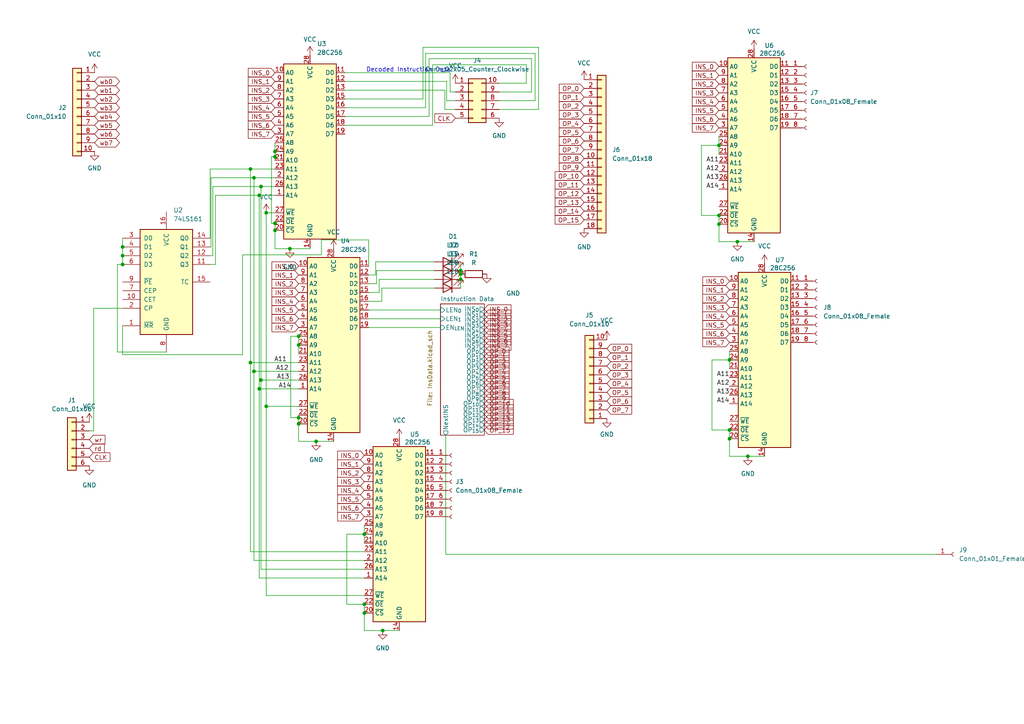
<source format=kicad_sch>
(kicad_sch (version 20211123) (generator eeschema)
  (paper "A4")
  (lib_symbols
    (symbol "74xx:74LS161" (pin_names (offset 1.016))
      (property "Reference" "U" (at -7.62 16.51 0))
      (property "Value" "74LS161" (at -7.62 -16.51 0))
      (symbol "74LS161_1_0"
        (pin input line (at -12.7 -12.7 0) (length 5.08) (name "~{MR}") (number "1"))
        (pin input line (at -12.7 -5.08 0) (length 5.08) (name "CET") (number "10"))
        (pin output line (at 12.7 5.08 180) (length 5.08) (name "Q3") (number "11"))
        (pin output line (at 12.7 7.62 180) (length 5.08) (name "Q2") (number "12"))
        (pin output line (at 12.7 10.16 180) (length 5.08) (name "Q1") (number "13"))
        (pin output line (at 12.7 12.7 180) (length 5.08) (name "Q0") (number "14"))
        (pin output line (at 12.7 0 180) (length 5.08) (name "TC") (number "15"))
        (pin power_in line (at 0 20.32 270) (length 5.08) (name "VCC") (number "16"))
        (pin input line (at -12.7 -7.62 0) (length 5.08) (name "CP") (number "2"))
        (pin input line (at -12.7 12.7 0) (length 5.08) (name "D0") (number "3"))
        (pin input line (at -12.7 10.16 0) (length 5.08) (name "D1") (number "4"))
        (pin input line (at -12.7 7.62 0) (length 5.08) (name "D2") (number "5"))
        (pin input line (at -12.7 5.08 0) (length 5.08) (name "D3") (number "6"))
        (pin input line (at -12.7 -2.54 0) (length 5.08) (name "CEP") (number "7"))
        (pin power_in line (at 0 -20.32 90) (length 5.08) (name "GND") (number "8"))
        (pin input line (at -12.7 0 0) (length 5.08) (name "~{PE}") (number "9"))
      )
      (symbol "74LS161_1_1"
        (rectangle (start -7.62 15.24) (end 7.62 -15.24) (stroke (width 0.254)) (fill (type background)))
      )
    )
    (symbol "Connector:Conn_01x01_Female" (pin_names (offset 1.016) hide)
      (property "Reference" "J" (at 0 2.54 0))
      (property "Value" "Conn_01x01_Female" (at 0 -2.54 0))
      (symbol "Conn_01x01_Female_1_1"
        (polyline (pts (xy -1.27 0) (xy -0.508 0)) (stroke (width 0.1524)))
        (arc (start 0 0.508) (mid -0.508 0) (end 0 -0.508) (stroke (width 0.1524)))
        (pin passive line (at -5.08 0 0) (length 3.81) (name "Pin_1") (number "1"))
      )
    )
    (symbol "Connector:Conn_01x08_Female" (pin_names (offset 1.016) hide)
      (property "Reference" "J" (at 0 10.16 0))
      (property "Value" "Conn_01x08_Female" (at 0 -12.7 0))
      (symbol "Conn_01x08_Female_1_1"
        (arc (start 0 -9.652) (mid -0.508 -10.16) (end 0 -10.668) (stroke (width 0.1524)))
        (arc (start 0 -7.112) (mid -0.508 -7.62) (end 0 -8.128) (stroke (width 0.1524)))
        (arc (start 0 -4.572) (mid -0.508 -5.08) (end 0 -5.588) (stroke (width 0.1524)))
        (arc (start 0 -2.032) (mid -0.508 -2.54) (end 0 -3.048) (stroke (width 0.1524)))
        (polyline (pts (xy -1.27 -10.16) (xy -0.508 -10.16)) (stroke (width 0.1524)))
        (polyline (pts (xy -1.27 -7.62) (xy -0.508 -7.62)) (stroke (width 0.1524)))
        (polyline (pts (xy -1.27 -5.08) (xy -0.508 -5.08)) (stroke (width 0.1524)))
        (polyline (pts (xy -1.27 -2.54) (xy -0.508 -2.54)) (stroke (width 0.1524)))
        (polyline (pts (xy -1.27 0) (xy -0.508 0)) (stroke (width 0.1524)))
        (polyline (pts (xy -1.27 2.54) (xy -0.508 2.54)) (stroke (width 0.1524)))
        (polyline (pts (xy -1.27 5.08) (xy -0.508 5.08)) (stroke (width 0.1524)))
        (polyline (pts (xy -1.27 7.62) (xy -0.508 7.62)) (stroke (width 0.1524)))
        (arc (start 0 0.508) (mid -0.508 0) (end 0 -0.508) (stroke (width 0.1524)))
        (arc (start 0 3.048) (mid -0.508 2.54) (end 0 2.032) (stroke (width 0.1524)))
        (arc (start 0 5.588) (mid -0.508 5.08) (end 0 4.572) (stroke (width 0.1524)))
        (arc (start 0 8.128) (mid -0.508 7.62) (end 0 7.112) (stroke (width 0.1524)))
        (pin passive line (at -5.08 7.62 0) (length 3.81) (name "Pin_1") (number "1"))
        (pin passive line (at -5.08 5.08 0) (length 3.81) (name "Pin_2") (number "2"))
        (pin passive line (at -5.08 2.54 0) (length 3.81) (name "Pin_3") (number "3"))
        (pin passive line (at -5.08 0 0) (length 3.81) (name "Pin_4") (number "4"))
        (pin passive line (at -5.08 -2.54 0) (length 3.81) (name "Pin_5") (number "5"))
        (pin passive line (at -5.08 -5.08 0) (length 3.81) (name "Pin_6") (number "6"))
        (pin passive line (at -5.08 -7.62 0) (length 3.81) (name "Pin_7") (number "7"))
        (pin passive line (at -5.08 -10.16 0) (length 3.81) (name "Pin_8") (number "8"))
      )
    )
    (symbol "Connector_Generic:Conn_01x06" (pin_names (offset 1.016) hide)
      (property "Reference" "J" (at 0 7.62 0))
      (property "Value" "Conn_01x06" (at 0 -10.16 0))
      (symbol "Conn_01x06_1_1"
        (rectangle (start -1.27 -7.493) (end 0 -7.747) (stroke (width 0.1524)))
        (rectangle (start -1.27 -4.953) (end 0 -5.207) (stroke (width 0.1524)))
        (rectangle (start -1.27 -2.413) (end 0 -2.667) (stroke (width 0.1524)))
        (rectangle (start -1.27 0.127) (end 0 -0.127) (stroke (width 0.1524)))
        (rectangle (start -1.27 2.667) (end 0 2.413) (stroke (width 0.1524)))
        (rectangle (start -1.27 5.207) (end 0 4.953) (stroke (width 0.1524)))
        (rectangle (start -1.27 6.35) (end 1.27 -8.89) (stroke (width 0.254)) (fill (type background)))
        (pin passive line (at -5.08 5.08 0) (length 3.81) (name "Pin_1") (number "1"))
        (pin passive line (at -5.08 2.54 0) (length 3.81) (name "Pin_2") (number "2"))
        (pin passive line (at -5.08 0 0) (length 3.81) (name "Pin_3") (number "3"))
        (pin passive line (at -5.08 -2.54 0) (length 3.81) (name "Pin_4") (number "4"))
        (pin passive line (at -5.08 -5.08 0) (length 3.81) (name "Pin_5") (number "5"))
        (pin passive line (at -5.08 -7.62 0) (length 3.81) (name "Pin_6") (number "6"))
      )
    )
    (symbol "Connector_Generic:Conn_01x10" (pin_names (offset 1.016) hide)
      (property "Reference" "J" (at 0 12.7 0))
      (property "Value" "Conn_01x10" (at 0 -15.24 0))
      (symbol "Conn_01x10_1_1"
        (rectangle (start -1.27 -12.573) (end 0 -12.827) (stroke (width 0.1524)))
        (rectangle (start -1.27 -10.033) (end 0 -10.287) (stroke (width 0.1524)))
        (rectangle (start -1.27 -7.493) (end 0 -7.747) (stroke (width 0.1524)))
        (rectangle (start -1.27 -4.953) (end 0 -5.207) (stroke (width 0.1524)))
        (rectangle (start -1.27 -2.413) (end 0 -2.667) (stroke (width 0.1524)))
        (rectangle (start -1.27 0.127) (end 0 -0.127) (stroke (width 0.1524)))
        (rectangle (start -1.27 2.667) (end 0 2.413) (stroke (width 0.1524)))
        (rectangle (start -1.27 5.207) (end 0 4.953) (stroke (width 0.1524)))
        (rectangle (start -1.27 7.747) (end 0 7.493) (stroke (width 0.1524)))
        (rectangle (start -1.27 10.287) (end 0 10.033) (stroke (width 0.1524)))
        (rectangle (start -1.27 11.43) (end 1.27 -13.97) (stroke (width 0.254)) (fill (type background)))
        (pin passive line (at -5.08 10.16 0) (length 3.81) (name "Pin_1") (number "1"))
        (pin passive line (at -5.08 -12.7 0) (length 3.81) (name "Pin_10") (number "10"))
        (pin passive line (at -5.08 7.62 0) (length 3.81) (name "Pin_2") (number "2"))
        (pin passive line (at -5.08 5.08 0) (length 3.81) (name "Pin_3") (number "3"))
        (pin passive line (at -5.08 2.54 0) (length 3.81) (name "Pin_4") (number "4"))
        (pin passive line (at -5.08 0 0) (length 3.81) (name "Pin_5") (number "5"))
        (pin passive line (at -5.08 -2.54 0) (length 3.81) (name "Pin_6") (number "6"))
        (pin passive line (at -5.08 -5.08 0) (length 3.81) (name "Pin_7") (number "7"))
        (pin passive line (at -5.08 -7.62 0) (length 3.81) (name "Pin_8") (number "8"))
        (pin passive line (at -5.08 -10.16 0) (length 3.81) (name "Pin_9") (number "9"))
      )
    )
    (symbol "Connector_Generic:Conn_01x18" (pin_names (offset 1.016) hide)
      (property "Reference" "J" (at 0 22.86 0))
      (property "Value" "Conn_01x18" (at 0 -25.4 0))
      (symbol "Conn_01x18_1_1"
        (rectangle (start -1.27 -22.733) (end 0 -22.987) (stroke (width 0.1524)))
        (rectangle (start -1.27 -20.193) (end 0 -20.447) (stroke (width 0.1524)))
        (rectangle (start -1.27 -17.653) (end 0 -17.907) (stroke (width 0.1524)))
        (rectangle (start -1.27 -15.113) (end 0 -15.367) (stroke (width 0.1524)))
        (rectangle (start -1.27 -12.573) (end 0 -12.827) (stroke (width 0.1524)))
        (rectangle (start -1.27 -10.033) (end 0 -10.287) (stroke (width 0.1524)))
        (rectangle (start -1.27 -7.493) (end 0 -7.747) (stroke (width 0.1524)))
        (rectangle (start -1.27 -4.953) (end 0 -5.207) (stroke (width 0.1524)))
        (rectangle (start -1.27 -2.413) (end 0 -2.667) (stroke (width 0.1524)))
        (rectangle (start -1.27 0.127) (end 0 -0.127) (stroke (width 0.1524)))
        (rectangle (start -1.27 2.667) (end 0 2.413) (stroke (width 0.1524)))
        (rectangle (start -1.27 5.207) (end 0 4.953) (stroke (width 0.1524)))
        (rectangle (start -1.27 7.747) (end 0 7.493) (stroke (width 0.1524)))
        (rectangle (start -1.27 10.287) (end 0 10.033) (stroke (width 0.1524)))
        (rectangle (start -1.27 12.827) (end 0 12.573) (stroke (width 0.1524)))
        (rectangle (start -1.27 15.367) (end 0 15.113) (stroke (width 0.1524)))
        (rectangle (start -1.27 17.907) (end 0 17.653) (stroke (width 0.1524)))
        (rectangle (start -1.27 20.447) (end 0 20.193) (stroke (width 0.1524)))
        (rectangle (start -1.27 21.59) (end 1.27 -24.13) (stroke (width 0.254)) (fill (type background)))
        (pin passive line (at -5.08 20.32 0) (length 3.81) (name "Pin_1") (number "1"))
        (pin passive line (at -5.08 -2.54 0) (length 3.81) (name "Pin_10") (number "10"))
        (pin passive line (at -5.08 -5.08 0) (length 3.81) (name "Pin_11") (number "11"))
        (pin passive line (at -5.08 -7.62 0) (length 3.81) (name "Pin_12") (number "12"))
        (pin passive line (at -5.08 -10.16 0) (length 3.81) (name "Pin_13") (number "13"))
        (pin passive line (at -5.08 -12.7 0) (length 3.81) (name "Pin_14") (number "14"))
        (pin passive line (at -5.08 -15.24 0) (length 3.81) (name "Pin_15") (number "15"))
        (pin passive line (at -5.08 -17.78 0) (length 3.81) (name "Pin_16") (number "16"))
        (pin passive line (at -5.08 -20.32 0) (length 3.81) (name "Pin_17") (number "17"))
        (pin passive line (at -5.08 -22.86 0) (length 3.81) (name "Pin_18") (number "18"))
        (pin passive line (at -5.08 17.78 0) (length 3.81) (name "Pin_2") (number "2"))
        (pin passive line (at -5.08 15.24 0) (length 3.81) (name "Pin_3") (number "3"))
        (pin passive line (at -5.08 12.7 0) (length 3.81) (name "Pin_4") (number "4"))
        (pin passive line (at -5.08 10.16 0) (length 3.81) (name "Pin_5") (number "5"))
        (pin passive line (at -5.08 7.62 0) (length 3.81) (name "Pin_6") (number "6"))
        (pin passive line (at -5.08 5.08 0) (length 3.81) (name "Pin_7") (number "7"))
        (pin passive line (at -5.08 2.54 0) (length 3.81) (name "Pin_8") (number "8"))
        (pin passive line (at -5.08 0 0) (length 3.81) (name "Pin_9") (number "9"))
      )
    )
    (symbol "Connector_Generic:Conn_02x05_Counter_Clockwise" (pin_names (offset 1.016) hide)
      (property "Reference" "J" (at 1.27 7.62 0))
      (property "Value" "Conn_02x05_Counter_Clockwise" (at 1.27 -7.62 0))
      (symbol "Conn_02x05_Counter_Clockwise_1_1"
        (rectangle (start -1.27 -4.953) (end 0 -5.207) (stroke (width 0.1524)))
        (rectangle (start -1.27 -2.413) (end 0 -2.667) (stroke (width 0.1524)))
        (rectangle (start -1.27 0.127) (end 0 -0.127) (stroke (width 0.1524)))
        (rectangle (start -1.27 2.667) (end 0 2.413) (stroke (width 0.1524)))
        (rectangle (start -1.27 5.207) (end 0 4.953) (stroke (width 0.1524)))
        (rectangle (start -1.27 6.35) (end 3.81 -6.35) (stroke (width 0.254)) (fill (type background)))
        (rectangle (start 3.81 -4.953) (end 2.54 -5.207) (stroke (width 0.1524)))
        (rectangle (start 3.81 -2.413) (end 2.54 -2.667) (stroke (width 0.1524)))
        (rectangle (start 3.81 0.127) (end 2.54 -0.127) (stroke (width 0.1524)))
        (rectangle (start 3.81 2.667) (end 2.54 2.413) (stroke (width 0.1524)))
        (rectangle (start 3.81 5.207) (end 2.54 4.953) (stroke (width 0.1524)))
        (pin passive line (at -5.08 5.08 0) (length 3.81) (name "Pin_1") (number "1"))
        (pin passive line (at 7.62 5.08 180) (length 3.81) (name "Pin_10") (number "10"))
        (pin passive line (at -5.08 2.54 0) (length 3.81) (name "Pin_2") (number "2"))
        (pin passive line (at -5.08 0 0) (length 3.81) (name "Pin_3") (number "3"))
        (pin passive line (at -5.08 -2.54 0) (length 3.81) (name "Pin_4") (number "4"))
        (pin passive line (at -5.08 -5.08 0) (length 3.81) (name "Pin_5") (number "5"))
        (pin passive line (at 7.62 -5.08 180) (length 3.81) (name "Pin_6") (number "6"))
        (pin passive line (at 7.62 -2.54 180) (length 3.81) (name "Pin_7") (number "7"))
        (pin passive line (at 7.62 0 180) (length 3.81) (name "Pin_8") (number "8"))
        (pin passive line (at 7.62 2.54 180) (length 3.81) (name "Pin_9") (number "9"))
      )
    )
    (symbol "Device:LED" (pin_numbers hide) (pin_names (offset 1.016) hide)
      (property "Reference" "D" (at 0 2.54 0))
      (property "Value" "LED" (at 0 -2.54 0))
      (symbol "LED_0_1"
        (polyline (pts (xy -1.27 -1.27) (xy -1.27 1.27)) (stroke (width 0.254)))
        (polyline (pts (xy -1.27 0) (xy 1.27 0)))
        (polyline (pts (xy 1.27 -1.27) (xy 1.27 1.27) (xy -1.27 0) (xy 1.27 -1.27)) (stroke (width 0.254)))
        (polyline (pts (xy -3.048 -0.762) (xy -4.572 -2.286) (xy -3.81 -2.286) (xy -4.572 -2.286) (xy -4.572 -1.524)))
        (polyline (pts (xy -1.778 -0.762) (xy -3.302 -2.286) (xy -2.54 -2.286) (xy -3.302 -2.286) (xy -3.302 -1.524)))
      )
      (symbol "LED_1_1"
        (pin passive line (at -3.81 0 0) (length 2.54) (name "K") (number "1"))
        (pin passive line (at 3.81 0 180) (length 2.54) (name "A") (number "2"))
      )
    )
    (symbol "Device:R" (pin_numbers hide) (pin_names (offset 0))
      (property "Reference" "R" (at 2.032 0 90))
      (property "Value" "R" (at 0 0 90))
      (symbol "R_0_1"
        (rectangle (start -1.016 -2.54) (end 1.016 2.54) (stroke (width 0.254)))
      )
      (symbol "R_1_1"
        (pin passive line (at 0 3.81 270) (length 1.27) (name "~") (number "1"))
        (pin passive line (at 0 -3.81 90) (length 1.27) (name "~") (number "2"))
      )
    )
    (symbol "Memory_EEPROM:28C256"
      (property "Reference" "U" (at -7.62 26.67 0))
      (property "Value" "28C256" (at 2.54 -26.67 0))
      (symbol "28C256_1_1"
        (rectangle (start -7.62 25.4) (end 7.62 -25.4) (stroke (width 0.254)) (fill (type background)))
        (pin input line (at -10.16 -12.7 0) (length 2.54) (name "A14") (number "1"))
        (pin input line (at -10.16 22.86 0) (length 2.54) (name "A0") (number "10"))
        (pin tri_state line (at 10.16 22.86 180) (length 2.54) (name "D0") (number "11"))
        (pin tri_state line (at 10.16 20.32 180) (length 2.54) (name "D1") (number "12"))
        (pin tri_state line (at 10.16 17.78 180) (length 2.54) (name "D2") (number "13"))
        (pin power_in line (at 0 -27.94 90) (length 2.54) (name "GND") (number "14"))
        (pin tri_state line (at 10.16 15.24 180) (length 2.54) (name "D3") (number "15"))
        (pin tri_state line (at 10.16 12.7 180) (length 2.54) (name "D4") (number "16"))
        (pin tri_state line (at 10.16 10.16 180) (length 2.54) (name "D5") (number "17"))
        (pin tri_state line (at 10.16 7.62 180) (length 2.54) (name "D6") (number "18"))
        (pin tri_state line (at 10.16 5.08 180) (length 2.54) (name "D7") (number "19"))
        (pin input line (at -10.16 -7.62 0) (length 2.54) (name "A12") (number "2"))
        (pin input line (at -10.16 -22.86 0) (length 2.54) (name "~{CS}") (number "20"))
        (pin input line (at -10.16 -2.54 0) (length 2.54) (name "A10") (number "21"))
        (pin input line (at -10.16 -20.32 0) (length 2.54) (name "~{OE}") (number "22"))
        (pin input line (at -10.16 -5.08 0) (length 2.54) (name "A11") (number "23"))
        (pin input line (at -10.16 0 0) (length 2.54) (name "A9") (number "24"))
        (pin input line (at -10.16 2.54 0) (length 2.54) (name "A8") (number "25"))
        (pin input line (at -10.16 -10.16 0) (length 2.54) (name "A13") (number "26"))
        (pin input line (at -10.16 -17.78 0) (length 2.54) (name "~{WE}") (number "27"))
        (pin power_in line (at 0 27.94 270) (length 2.54) (name "VCC") (number "28"))
        (pin input line (at -10.16 5.08 0) (length 2.54) (name "A7") (number "3"))
        (pin input line (at -10.16 7.62 0) (length 2.54) (name "A6") (number "4"))
        (pin input line (at -10.16 10.16 0) (length 2.54) (name "A5") (number "5"))
        (pin input line (at -10.16 12.7 0) (length 2.54) (name "A4") (number "6"))
        (pin input line (at -10.16 15.24 0) (length 2.54) (name "A3") (number "7"))
        (pin input line (at -10.16 17.78 0) (length 2.54) (name "A2") (number "8"))
        (pin input line (at -10.16 20.32 0) (length 2.54) (name "A1") (number "9"))
      )
    )
    (symbol "power:GND" (power) (pin_names (offset 0))
      (property "Value" "GND" (at 0 -3.81 0))
      (symbol "GND_0_1"
        (polyline (pts (xy 0 0) (xy 0 -1.27) (xy 1.27 -1.27) (xy 0 -2.54) (xy -1.27 -1.27) (xy 0 -1.27)))
      )
      (symbol "GND_1_1"
        (pin power_in line (at 0 0 270) (length 0) hide (name "GND") (number "1"))
      )
    )
    (symbol "power:VCC" (power) (pin_names (offset 0))
      (property "Value" "VCC" (at 0 3.81 0))
      (symbol "VCC_0_1"
        (polyline (pts (xy -0.762 1.27) (xy 0 2.54)))
        (polyline (pts (xy 0 0) (xy 0 2.54)))
        (polyline (pts (xy 0 2.54) (xy 0.762 1.27)))
      )
      (symbol "VCC_1_1"
        (pin power_in line (at 0 0 90) (length 0) hide (name "VCC") (number "1"))
      )
    )
  )
  (junction (at 213.868 70.104))
  (junction (at 79.756 43.942))
  (junction (at 73.66 51.562))
  (junction (at 75.692 110.236))
  (junction (at 77.216 117.856))
  (junction (at 86.614 122.936))
  (junction (at 110.998 182.88))
  (junction (at 86.614 100.076))
  (junction (at 105.664 177.8))
  (junction (at 86.614 97.536))
  (junction (at 35.56 76.708))
  (junction (at 133.604 78.486))
  (junction (at 133.604 81.026))
  (junction (at 77.216 61.722))
  (junction (at 73.66 107.696))
  (junction (at 79.756 64.77))
  (junction (at 84.074 72.136))
  (junction (at 208.534 42.164))
  (junction (at 105.664 175.26))
  (junction (at 216.916 132.334))
  (junction (at 105.664 154.94))
  (junction (at 79.756 66.802))
  (junction (at 79.756 45.466))
  (junction (at 35.56 71.628))
  (junction (at 211.582 104.394))
  (junction (at 208.534 65.024))
  (junction (at 75.184 112.776))
  (junction (at 72.644 105.156))
  (junction (at 72.644 49.022))
  (junction (at 211.582 127.254))
  (junction (at 211.582 124.714))
  (junction (at 208.534 62.484))
  (junction (at 86.614 121.158))
  (junction (at 133.604 79.502))
  (junction (at 75.692 54.102))
  (junction (at 35.56 74.168))
  (junction (at 91.694 128.016))
  (junction (at 75.184 56.642))
  (wire (pts (xy 75.184 112.776) (xy 75.184 167.64)))
  (wire (pts (xy 154.178 17.018) (xy 154.178 26.67)))
  (wire (pts (xy 86.614 121.158) (xy 84.328 121.158)))
  (wire (pts (xy 206.502 124.714) (xy 211.582 124.714)))
  (wire (pts (xy 72.644 49.022) (xy 72.644 105.156)))
  (wire (pts (xy 35.56 71.628) (xy 35.56 74.168)))
  (wire (pts (xy 156.21 13.716) (xy 156.21 31.75)))
  (wire (pts (xy 79.756 66.802) (xy 79.756 72.136)))
  (wire (pts (xy 77.216 172.72) (xy 105.664 172.72)))
  (wire (pts (xy 79.756 64.77) (xy 79.756 66.802)))
  (wire (pts (xy 105.664 154.94) (xy 105.664 157.48)))
  (wire (pts (xy 73.66 162.56) (xy 105.664 162.56)))
  (wire (pts (xy 61.214 51.562) (xy 73.66 51.562)))
  (wire (pts (xy 84.328 121.158) (xy 84.328 97.536)))
  (wire (pts (xy 108.966 75.946) (xy 125.984 75.946)))
  (wire (pts (xy 61.214 71.628) (xy 61.214 51.562)))
  (wire (pts (xy 72.644 49.022) (xy 79.756 49.022)))
  (wire (pts (xy 75.692 110.236) (xy 86.614 110.236)))
  (wire (pts (xy 35.56 94.488) (xy 35.56 102.87)))
  (wire (pts (xy 77.216 117.856) (xy 77.216 172.72)))
  (wire (pts (xy 109.22 82.296) (xy 109.22 78.486)))
  (wire (pts (xy 105.664 182.88) (xy 110.998 182.88)))
  (wire (pts (xy 129.032 31.75) (xy 132.08 31.75)))
  (wire (pts (xy 89.916 72.136) (xy 89.916 71.882)))
  (wire (pts (xy 72.644 160.02) (xy 105.664 160.02)))
  (wire (pts (xy 79.756 64.262) (xy 79.756 64.77)))
  (wire (pts (xy 152.654 18.796) (xy 152.654 24.13)))
  (wire (pts (xy 100.076 36.322) (xy 125.476 36.322)))
  (wire (pts (xy 105.664 175.26) (xy 105.664 177.8)))
  (wire (pts (xy 155.194 29.21) (xy 144.78 29.21)))
  (wire (pts (xy 75.692 110.236) (xy 75.692 165.1)))
  (wire (pts (xy 125.476 36.322) (xy 125.476 18.796)))
  (wire (pts (xy 86.614 120.396) (xy 86.614 121.158)))
  (wire (pts (xy 75.184 56.642) (xy 75.184 112.776)))
  (wire (pts (xy 61.722 54.102) (xy 75.692 54.102)))
  (wire (pts (xy 62.484 56.642) (xy 75.184 56.642)))
  (wire (pts (xy 133.604 78.486) (xy 133.604 79.502)))
  (wire (pts (xy 75.692 54.102) (xy 79.756 54.102)))
  (wire (pts (xy 75.692 54.102) (xy 75.692 110.236)))
  (wire (pts (xy 211.582 104.394) (xy 206.502 104.394)))
  (wire (pts (xy 27.178 89.408) (xy 35.56 89.408)))
  (wire (pts (xy 73.66 107.696) (xy 86.614 107.696)))
  (wire (pts (xy 73.66 107.696) (xy 73.66 162.56)))
  (wire (pts (xy 27.178 124.968) (xy 27.178 89.408)))
  (wire (pts (xy 93.218 69.596) (xy 106.934 69.596)))
  (wire (pts (xy 106.934 89.916) (xy 127.762 89.916)))
  (wire (pts (xy 70.358 73.914) (xy 93.218 73.914)))
  (wire (pts (xy 86.614 100.076) (xy 86.614 102.616)))
  (wire (pts (xy 203.454 42.164) (xy 203.454 62.484)))
  (wire (pts (xy 100.076 23.622) (xy 129.54 23.622)))
  (wire (pts (xy 206.502 104.394) (xy 206.502 124.714)))
  (wire (pts (xy 133.604 79.502) (xy 133.604 81.026)))
  (wire (pts (xy 208.534 65.024) (xy 208.534 70.104)))
  (wire (pts (xy 84.328 97.536) (xy 86.614 97.536)))
  (wire (pts (xy 86.614 121.158) (xy 86.614 122.936)))
  (wire (pts (xy 154.178 26.67) (xy 144.78 26.67)))
  (wire (pts (xy 208.534 39.624) (xy 208.534 42.164)))
  (wire (pts (xy 125.476 18.796) (xy 152.654 18.796)))
  (wire (pts (xy 156.21 31.75) (xy 144.78 31.75)))
  (wire (pts (xy 91.694 128.016) (xy 96.774 128.016)))
  (wire (pts (xy 129.286 160.782) (xy 271.526 160.782)))
  (wire (pts (xy 60.96 69.088) (xy 60.96 49.022)))
  (wire (pts (xy 109.982 84.836) (xy 109.982 81.026)))
  (wire (pts (xy 35.56 69.088) (xy 35.56 71.628)))
  (wire (pts (xy 211.582 127.254) (xy 211.582 132.334)))
  (wire (pts (xy 105.664 177.8) (xy 105.664 182.88)))
  (wire (pts (xy 133.604 81.026) (xy 133.604 83.566)))
  (wire (pts (xy 61.722 74.168) (xy 61.722 54.102)))
  (wire (pts (xy 84.074 72.136) (xy 89.916 72.136)))
  (wire (pts (xy 208.534 70.104) (xy 213.868 70.104)))
  (wire (pts (xy 152.654 24.13) (xy 144.78 24.13)))
  (wire (pts (xy 78.74 64.77) (xy 78.74 45.466)))
  (wire (pts (xy 129.032 26.162) (xy 129.032 31.75)))
  (wire (pts (xy 72.644 105.156) (xy 72.644 160.02)))
  (wire (pts (xy 34.036 76.708) (xy 34.036 102.108)))
  (wire (pts (xy 211.582 104.394) (xy 211.582 106.934)))
  (wire (pts (xy 109.22 78.486) (xy 125.984 78.486)))
  (wire (pts (xy 130.556 21.082) (xy 130.556 26.67)))
  (wire (pts (xy 79.756 43.942) (xy 79.756 45.466)))
  (wire (pts (xy 105.664 152.4) (xy 105.664 154.94)))
  (wire (pts (xy 106.934 82.296) (xy 109.22 82.296)))
  (wire (pts (xy 106.934 79.756) (xy 108.966 79.756)))
  (wire (pts (xy 35.56 102.87) (xy 70.358 102.87)))
  (wire (pts (xy 106.934 84.836) (xy 109.982 84.836)))
  (wire (pts (xy 208.534 62.484) (xy 208.534 65.024)))
  (wire (pts (xy 78.74 45.466) (xy 79.756 45.466)))
  (wire (pts (xy 213.868 70.104) (xy 218.694 70.104)))
  (wire (pts (xy 129.286 126.238) (xy 129.286 160.782)))
  (wire (pts (xy 122.682 28.702) (xy 122.682 13.716)))
  (wire (pts (xy 60.96 71.628) (xy 61.214 71.628)))
  (wire (pts (xy 203.454 62.484) (xy 208.534 62.484)))
  (wire (pts (xy 77.216 117.856) (xy 86.614 117.856)))
  (wire (pts (xy 100.076 31.242) (xy 123.444 31.242)))
  (wire (pts (xy 86.614 112.776) (xy 75.184 112.776)))
  (wire (pts (xy 100.076 28.702) (xy 122.682 28.702)))
  (wire (pts (xy 110.998 182.88) (xy 115.824 182.88)))
  (wire (pts (xy 77.216 61.722) (xy 77.216 117.856)))
  (wire (pts (xy 105.664 154.94) (xy 100.584 154.94)))
  (wire (pts (xy 100.584 175.26) (xy 105.664 175.26)))
  (wire (pts (xy 34.036 102.108) (xy 48.26 102.108)))
  (wire (pts (xy 60.96 74.168) (xy 61.722 74.168)))
  (wire (pts (xy 106.934 94.996) (xy 127.762 94.996)))
  (wire (pts (xy 77.216 61.722) (xy 79.756 61.722)))
  (wire (pts (xy 155.194 15.494) (xy 155.194 29.21)))
  (wire (pts (xy 86.614 122.936) (xy 86.614 128.016)))
  (wire (pts (xy 106.934 92.456) (xy 127.762 92.456)))
  (wire (pts (xy 100.076 21.082) (xy 130.556 21.082)))
  (wire (pts (xy 122.682 13.716) (xy 156.21 13.716)))
  (wire (pts (xy 70.358 102.87) (xy 70.358 73.914)))
  (wire (pts (xy 124.46 33.782) (xy 124.46 17.018)))
  (wire (pts (xy 133.604 75.946) (xy 133.604 78.486)))
  (wire (pts (xy 79.756 45.466) (xy 79.756 46.482)))
  (wire (pts (xy 93.218 73.914) (xy 93.218 69.596)))
  (wire (pts (xy 110.744 87.376) (xy 110.744 83.566)))
  (wire (pts (xy 109.982 81.026) (xy 125.984 81.026)))
  (wire (pts (xy 100.076 33.782) (xy 124.46 33.782)))
  (wire (pts (xy 72.644 105.156) (xy 86.614 105.156)))
  (wire (pts (xy 129.54 23.622) (xy 129.54 29.21)))
  (wire (pts (xy 62.484 76.708) (xy 62.484 56.642)))
  (wire (pts (xy 106.934 69.596) (xy 106.934 77.216)))
  (wire (pts (xy 60.96 49.022) (xy 72.644 49.022)))
  (wire (pts (xy 208.534 42.164) (xy 203.454 42.164)))
  (wire (pts (xy 75.184 56.642) (xy 79.756 56.642)))
  (wire (pts (xy 211.582 124.714) (xy 211.582 127.254)))
  (wire (pts (xy 73.66 51.562) (xy 73.66 107.696)))
  (wire (pts (xy 105.664 167.64) (xy 75.184 167.64)))
  (wire (pts (xy 100.584 154.94) (xy 100.584 175.26)))
  (wire (pts (xy 86.614 97.536) (xy 86.614 100.076)))
  (wire (pts (xy 86.614 128.016) (xy 91.694 128.016)))
  (wire (pts (xy 79.756 72.136) (xy 84.074 72.136)))
  (wire (pts (xy 73.66 51.562) (xy 79.756 51.562)))
  (wire (pts (xy 60.96 76.708) (xy 62.484 76.708)))
  (wire (pts (xy 123.444 15.494) (xy 155.194 15.494)))
  (wire (pts (xy 110.744 83.566) (xy 125.984 83.566)))
  (wire (pts (xy 123.444 31.242) (xy 123.444 15.494)))
  (wire (pts (xy 124.46 17.018) (xy 154.178 17.018)))
  (wire (pts (xy 100.076 26.162) (xy 129.032 26.162)))
  (wire (pts (xy 35.56 76.708) (xy 34.036 76.708)))
  (wire (pts (xy 211.582 101.854) (xy 211.582 104.394)))
  (wire (pts (xy 25.908 124.968) (xy 27.178 124.968)))
  (wire (pts (xy 106.934 87.376) (xy 110.744 87.376)))
  (wire (pts (xy 108.966 79.756) (xy 108.966 75.946)))
  (wire (pts (xy 211.582 132.334) (xy 216.916 132.334)))
  (wire (pts (xy 75.692 165.1) (xy 105.664 165.1)))
  (wire (pts (xy 35.56 74.168) (xy 35.56 76.708)))
  (wire (pts (xy 129.54 29.21) (xy 132.08 29.21)))
  (wire (pts (xy 79.756 41.402) (xy 79.756 43.942)))
  (wire (pts (xy 208.534 42.164) (xy 208.534 44.704)))
  (wire (pts (xy 130.556 26.67) (xy 132.08 26.67)))
  (wire (pts (xy 216.916 132.334) (xy 221.742 132.334)))
  (wire (pts (xy 79.756 64.77) (xy 78.74 64.77)))
  (text "Decoded Instruction Data" (at 106.172 21.082 0) (effects (font (size 1.27 1.27)) (justify left bottom)))
  (label "A13" (at 211.582 114.554 180))
  (label "A12" (at 208.534 49.784 180))
  (label "A14" (at 211.582 117.094 180))
  (label "A11" (at 211.582 109.474 180))
  (label "A14" (at 80.772 112.776 0))
  (label "A12" (at 211.582 112.014 180))
  (label "A13" (at 80.264 110.236 0))
  (label "A11" (at 208.534 47.244 180))
  (label "A14" (at 208.534 54.864 180))
  (label "A13" (at 208.534 52.324 180))
  (label "A12" (at 80.01 107.696 0))
  (label "A11" (at 79.502 105.156 0))
  (global_label "OP_11" (shape input) (at 140.462 118.618 0) (property "Intersheet References" "${INTERSHEET_REFS}" (effects hide)))
  (global_label "INS_0" (shape input) (at 208.534 19.304 180) (property "Intersheet References" "${INTERSHEET_REFS}" (effects hide)))
  (global_label "INS_3" (shape input) (at 86.614 84.836 180) (property "Intersheet References" "${INTERSHEET_REFS}" (effects hide)))
  (global_label "INS_7" (shape input) (at 105.664 149.86 180) (property "Intersheet References" "${INTERSHEET_REFS}" (effects hide)))
  (global_label "INS_1" (shape input) (at 140.462 91.186 0) (property "Intersheet References" "${INTERSHEET_REFS}" (effects hide)))
  (global_label "INS_5" (shape input) (at 208.534 32.004 180) (property "Intersheet References" "${INTERSHEET_REFS}" (effects hide)))
  (global_label "OP_12" (shape input) (at 140.462 120.142 0) (property "Intersheet References" "${INTERSHEET_REFS}" (effects hide)))
  (global_label "INS_5" (shape input) (at 140.462 97.282 0) (property "Intersheet References" "${INTERSHEET_REFS}" (effects hide)))
  (global_label "OP_10" (shape input) (at 169.418 51.054 180) (property "Intersheet References" "${INTERSHEET_REFS}" (effects hide)))
  (global_label "INS_3" (shape input) (at 105.664 139.7 180) (property "Intersheet References" "${INTERSHEET_REFS}" (effects hide)))
  (global_label "OP_10" (shape input) (at 140.462 117.094 0) (property "Intersheet References" "${INTERSHEET_REFS}" (effects hide)))
  (global_label "OP_5" (shape input) (at 176.022 113.792 0) (property "Intersheet References" "${INTERSHEET_REFS}" (effects hide)))
  (global_label "wb1" (shape tri_state) (at 27.432 26.162 0) (property "Intersheet References" "${INTERSHEET_REFS}" (effects hide)))
  (global_label "OP_2" (shape input) (at 169.418 30.734 180) (property "Intersheet References" "${INTERSHEET_REFS}" (effects hide)))
  (global_label "OP_9" (shape input) (at 169.418 48.514 180) (property "Intersheet References" "${INTERSHEET_REFS}" (effects hide)))
  (global_label "OP_15" (shape input) (at 140.462 124.714 0) (property "Intersheet References" "${INTERSHEET_REFS}" (effects hide)))
  (global_label "OP_0" (shape input) (at 169.418 25.654 180) (property "Intersheet References" "${INTERSHEET_REFS}" (effects hide)))
  (global_label "wb3" (shape tri_state) (at 27.432 31.242 0) (property "Intersheet References" "${INTERSHEET_REFS}" (effects hide)))
  (global_label "INS_0" (shape input) (at 105.664 132.08 180) (property "Intersheet References" "${INTERSHEET_REFS}" (effects hide)))
  (global_label "OP_3" (shape input) (at 176.022 108.712 0) (property "Intersheet References" "${INTERSHEET_REFS}" (effects hide)))
  (global_label "INS_1" (shape input) (at 208.534 21.844 180) (property "Intersheet References" "${INTERSHEET_REFS}" (effects hide)))
  (global_label "INS_6" (shape input) (at 140.462 98.806 0) (property "Intersheet References" "${INTERSHEET_REFS}" (effects hide)))
  (global_label "INS_6" (shape input) (at 208.534 34.544 180) (property "Intersheet References" "${INTERSHEET_REFS}" (effects hide)))
  (global_label "OP_14" (shape input) (at 140.462 123.19 0) (property "Intersheet References" "${INTERSHEET_REFS}" (effects hide)))
  (global_label "INS_5" (shape input) (at 86.614 89.916 180) (property "Intersheet References" "${INTERSHEET_REFS}" (effects hide)))
  (global_label "INS_5" (shape input) (at 211.582 94.234 180) (property "Intersheet References" "${INTERSHEET_REFS}" (effects hide)))
  (global_label "INS_7" (shape input) (at 140.462 100.33 0) (property "Intersheet References" "${INTERSHEET_REFS}" (effects hide)))
  (global_label "INS_4" (shape input) (at 211.582 91.694 180) (property "Intersheet References" "${INTERSHEET_REFS}" (effects hide)))
  (global_label "INS_6" (shape input) (at 105.664 147.32 180) (property "Intersheet References" "${INTERSHEET_REFS}" (effects hide)))
  (global_label "INS_4" (shape input) (at 86.614 87.376 180) (property "Intersheet References" "${INTERSHEET_REFS}" (effects hide)))
  (global_label "OP_2" (shape input) (at 176.022 106.172 0) (property "Intersheet References" "${INTERSHEET_REFS}" (effects hide)))
  (global_label "OP_13" (shape input) (at 140.462 121.666 0) (property "Intersheet References" "${INTERSHEET_REFS}" (effects hide)))
  (global_label "INS_0" (shape input) (at 79.756 21.082 180) (property "Intersheet References" "${INTERSHEET_REFS}" (effects hide)))
  (global_label "INS_7" (shape input) (at 79.756 38.862 180) (property "Intersheet References" "${INTERSHEET_REFS}" (effects hide)))
  (global_label "INS_2" (shape input) (at 208.534 24.384 180) (property "Intersheet References" "${INTERSHEET_REFS}" (effects hide)))
  (global_label "INS_3" (shape input) (at 140.462 94.234 0) (property "Intersheet References" "${INTERSHEET_REFS}" (effects hide)))
  (global_label "INS_2" (shape input) (at 105.664 137.16 180) (property "Intersheet References" "${INTERSHEET_REFS}" (effects hide)))
  (global_label "OP_8" (shape input) (at 169.418 45.974 180) (property "Intersheet References" "${INTERSHEET_REFS}" (effects hide)))
  (global_label "OP_2" (shape input) (at 140.462 104.902 0) (property "Intersheet References" "${INTERSHEET_REFS}" (effects hide)))
  (global_label "OP_1" (shape input) (at 140.462 103.378 0) (property "Intersheet References" "${INTERSHEET_REFS}" (effects hide)))
  (global_label "OP_11" (shape input) (at 169.418 53.594 180) (property "Intersheet References" "${INTERSHEET_REFS}" (effects hide)))
  (global_label "INS_4" (shape input) (at 208.534 29.464 180) (property "Intersheet References" "${INTERSHEET_REFS}" (effects hide)))
  (global_label "CLK" (shape input) (at 25.908 132.588 0) (property "Intersheet References" "${INTERSHEET_REFS}" (effects hide)))
  (global_label "OP_5" (shape input) (at 169.418 38.354 180) (property "Intersheet References" "${INTERSHEET_REFS}" (effects hide)))
  (global_label "OP_3" (shape input) (at 169.418 33.274 180) (property "Intersheet References" "${INTERSHEET_REFS}" (effects hide)))
  (global_label "INS_1" (shape input) (at 105.664 134.62 180) (property "Intersheet References" "${INTERSHEET_REFS}" (effects hide)))
  (global_label "OP_9" (shape input) (at 140.462 115.57 0) (property "Intersheet References" "${INTERSHEET_REFS}" (effects hide)))
  (global_label "INS_4" (shape input) (at 79.756 31.242 180) (property "Intersheet References" "${INTERSHEET_REFS}" (effects hide)))
  (global_label "INS_7" (shape input) (at 86.614 94.996 180) (property "Intersheet References" "${INTERSHEET_REFS}" (effects hide)))
  (global_label "INS_2" (shape input) (at 211.582 86.614 180) (property "Intersheet References" "${INTERSHEET_REFS}" (effects hide)))
  (global_label "wb6" (shape tri_state) (at 27.432 38.862 0) (property "Intersheet References" "${INTERSHEET_REFS}" (effects hide)))
  (global_label "rd" (shape input) (at 25.908 130.048 0) (property "Intersheet References" "${INTERSHEET_REFS}" (effects hide)))
  (global_label "INS_6" (shape input) (at 211.582 96.774 180) (property "Intersheet References" "${INTERSHEET_REFS}" (effects hide)))
  (global_label "INS_2" (shape input) (at 79.756 26.162 180) (property "Intersheet References" "${INTERSHEET_REFS}" (effects hide)))
  (global_label "wb0" (shape tri_state) (at 27.432 23.622 0) (property "Intersheet References" "${INTERSHEET_REFS}" (effects hide)))
  (global_label "INS_0" (shape input) (at 86.614 77.216 180) (property "Intersheet References" "${INTERSHEET_REFS}" (effects hide)))
  (global_label "INS_1" (shape input) (at 79.756 23.622 180) (property "Intersheet References" "${INTERSHEET_REFS}" (effects hide)))
  (global_label "OP_7" (shape input) (at 169.418 43.434 180) (property "Intersheet References" "${INTERSHEET_REFS}" (effects hide)))
  (global_label "OP_4" (shape input) (at 176.022 111.252 0) (property "Intersheet References" "${INTERSHEET_REFS}" (effects hide)))
  (global_label "OP_12" (shape input) (at 169.418 56.134 180) (property "Intersheet References" "${INTERSHEET_REFS}" (effects hide)))
  (global_label "INS_7" (shape input) (at 208.534 37.084 180) (property "Intersheet References" "${INTERSHEET_REFS}" (effects hide)))
  (global_label "INS_2" (shape input) (at 140.462 92.71 0) (property "Intersheet References" "${INTERSHEET_REFS}" (effects hide)))
  (global_label "OP_3" (shape input) (at 140.462 106.426 0) (property "Intersheet References" "${INTERSHEET_REFS}" (effects hide)))
  (global_label "OP_1" (shape input) (at 169.418 28.194 180) (property "Intersheet References" "${INTERSHEET_REFS}" (effects hide)))
  (global_label "OP_1" (shape input) (at 176.022 103.632 0) (property "Intersheet References" "${INTERSHEET_REFS}" (effects hide)))
  (global_label "OP_4" (shape input) (at 169.418 35.814 180) (property "Intersheet References" "${INTERSHEET_REFS}" (effects hide)))
  (global_label "INS_4" (shape input) (at 105.664 142.24 180) (property "Intersheet References" "${INTERSHEET_REFS}" (effects hide)))
  (global_label "OP_14" (shape input) (at 169.418 61.214 180) (property "Intersheet References" "${INTERSHEET_REFS}" (effects hide)))
  (global_label "OP_5" (shape input) (at 140.462 109.474 0) (property "Intersheet References" "${INTERSHEET_REFS}" (effects hide)))
  (global_label "OP_7" (shape input) (at 140.462 112.522 0) (property "Intersheet References" "${INTERSHEET_REFS}" (effects hide)))
  (global_label "INS_0" (shape input) (at 140.462 89.662 0) (property "Intersheet References" "${INTERSHEET_REFS}" (effects hide)))
  (global_label "OP_0" (shape input) (at 176.022 101.092 0) (property "Intersheet References" "${INTERSHEET_REFS}" (effects hide)))
  (global_label "INS_0" (shape input) (at 211.582 81.534 180) (property "Intersheet References" "${INTERSHEET_REFS}" (effects hide)))
  (global_label "OP_0" (shape input) (at 140.462 101.854 0) (property "Intersheet References" "${INTERSHEET_REFS}" (effects hide)))
  (global_label "wb4" (shape tri_state) (at 27.432 33.782 0) (property "Intersheet References" "${INTERSHEET_REFS}" (effects hide)))
  (global_label "INS_5" (shape input) (at 105.664 144.78 180) (property "Intersheet References" "${INTERSHEET_REFS}" (effects hide)))
  (global_label "OP_13" (shape input) (at 169.418 58.674 180) (property "Intersheet References" "${INTERSHEET_REFS}" (effects hide)))
  (global_label "OP_7" (shape input) (at 176.022 118.872 0) (property "Intersheet References" "${INTERSHEET_REFS}" (effects hide)))
  (global_label "OP_8" (shape input) (at 140.462 114.046 0) (property "Intersheet References" "${INTERSHEET_REFS}" (effects hide)))
  (global_label "INS_7" (shape input) (at 211.582 99.314 180) (property "Intersheet References" "${INTERSHEET_REFS}" (effects hide)))
  (global_label "INS_5" (shape input) (at 79.756 33.782 180) (property "Intersheet References" "${INTERSHEET_REFS}" (effects hide)))
  (global_label "wr" (shape input) (at 25.908 127.508 0) (property "Intersheet References" "${INTERSHEET_REFS}" (effects hide)))
  (global_label "wb2" (shape tri_state) (at 27.432 28.702 0) (property "Intersheet References" "${INTERSHEET_REFS}" (effects hide)))
  (global_label "INS_3" (shape input) (at 211.582 89.154 180) (property "Intersheet References" "${INTERSHEET_REFS}" (effects hide)))
  (global_label "OP_4" (shape input) (at 140.462 107.95 0) (property "Intersheet References" "${INTERSHEET_REFS}" (effects hide)))
  (global_label "INS_2" (shape input) (at 86.614 82.296 180) (property "Intersheet References" "${INTERSHEET_REFS}" (effects hide)))
  (global_label "wb5" (shape tri_state) (at 27.432 36.322 0) (property "Intersheet References" "${INTERSHEET_REFS}" (effects hide)))
  (global_label "wb7" (shape tri_state) (at 27.432 41.402 0) (property "Intersheet References" "${INTERSHEET_REFS}" (effects hide)))
  (global_label "INS_6" (shape input) (at 86.614 92.456 180) (property "Intersheet References" "${INTERSHEET_REFS}" (effects hide)))
  (global_label "INS_3" (shape input) (at 208.534 26.924 180) (property "Intersheet References" "${INTERSHEET_REFS}" (effects hide)))
  (global_label "INS_4" (shape input) (at 140.462 95.758 0) (property "Intersheet References" "${INTERSHEET_REFS}" (effects hide)))
  (global_label "OP_15" (shape input) (at 169.418 63.754 180) (property "Intersheet References" "${INTERSHEET_REFS}" (effects hide)))
  (global_label "CLK" (shape input) (at 132.08 34.29 180) (property "Intersheet References" "${INTERSHEET_REFS}" (effects hide)))
  (global_label "INS_6" (shape input) (at 79.756 36.322 180) (property "Intersheet References" "${INTERSHEET_REFS}" (effects hide)))
  (global_label "INS_3" (shape input) (at 79.756 28.702 180) (property "Intersheet References" "${INTERSHEET_REFS}" (effects hide)))
  (global_label "INS_1" (shape input) (at 86.614 79.756 180) (property "Intersheet References" "${INTERSHEET_REFS}" (effects hide)))
  (global_label "INS_1" (shape input) (at 211.582 84.074 180) (property "Intersheet References" "${INTERSHEET_REFS}" (effects hide)))
  (global_label "OP_6" (shape input) (at 176.022 116.332 0) (property "Intersheet References" "${INTERSHEET_REFS}" (effects hide)))
  (global_label "OP_6" (shape input) (at 140.462 110.998 0) (property "Intersheet References" "${INTERSHEET_REFS}" (effects hide)))
  (global_label "OP_6" (shape input) (at 169.418 40.894 180) (property "Intersheet References" "${INTERSHEET_REFS}" (effects hide)))
  (symbol (lib_id "power:VCC") (at 25.908 122.428 0) (mirror y) (unit 1)
    (property "Reference" "#PWR0102" (effects hide))
    (property "Value" "VCC" (at 25.908 117.856 0))
  )
  (symbol (lib_id "Device:R") (at 137.414 79.502 90) (unit 1)
    (property "Reference" "R1" (at 137.414 73.66 90))
    (property "Value" "R" (at 137.414 76.2 90))
    (property "Footprint" "Resistor_THT:R_Axial_DIN0204_L3.6mm_D1.6mm_P2.54mm_Vertical" (effects hide))
  )
  (symbol (lib_id "power:VCC") (at 169.418 23.114 0) (unit 1)
    (property "Reference" "#PWR0115" (effects hide))
    (property "Value" "VCC" (at 169.418 18.288 0))
  )
  (symbol (lib_id "Device:LED") (at 129.794 83.566 180) (unit 1)
    (property "Reference" "D4" (at 131.3815 76.2 0))
    (property "Value" "LED" (at 131.3815 78.74 0))
    (property "Footprint" "LED_THT:LED_D3.0mm" (effects hide))
  )
  (symbol (lib_id "power:VCC") (at 89.916 16.002 0) (unit 1)
    (property "Reference" "#PWR0114" (effects hide))
    (property "Value" "VCC" (at 89.916 11.43 0))
  )
  (symbol (lib_id "power:GND") (at 84.074 72.136 0) (unit 1)
    (property "Reference" "#PWR0108" (effects hide))
    (property "Value" "GND" (at 84.074 77.47 0))
  )
  (symbol (lib_id "Device:LED") (at 129.794 78.486 180) (unit 1)
    (property "Reference" "D2" (at 131.3815 71.12 0))
    (property "Value" "LED" (at 131.3815 73.66 0))
    (property "Footprint" "LED_THT:LED_D3.0mm" (effects hide))
  )
  (symbol (lib_id "Connector_Generic:Conn_01x10") (at 22.352 31.242 0) (mirror y) (unit 1)
    (property "Reference" "J2" (at 19.304 31.2419 0) (effects (justify left)))
    (property "Value" "Conn_01x10" (at 19.304 33.7819 0) (effects (justify left)))
    (property "Footprint" "Connector_PinHeader_2.54mm:PinHeader_1x10_P2.54mm_Vertical" (effects hide))
  )
  (symbol (lib_id "74xx:74LS161") (at 48.26 81.788 0) (unit 1)
    (property "Reference" "U2" (at 50.2794 60.96 0) (effects (justify left)))
    (property "Value" "74LS161" (at 50.2794 63.5 0) (effects (justify left)))
    (property "Footprint" "Package_DIP:DIP-16_W7.62mm_Socket_LongPads" (effects hide))
    (property "Datasheet" "http://www.ti.com/lit/gpn/sn74LS161" (effects hide))
  )
  (symbol (lib_id "Device:LED") (at 129.794 75.946 180) (unit 1)
    (property "Reference" "D1" (at 131.3815 68.58 0))
    (property "Value" "LED" (at 131.3815 71.12 0))
    (property "Footprint" "LED_THT:LED_D3.0mm" (effects hide))
  )
  (symbol (lib_id "Memory_EEPROM:28C256") (at 89.916 43.942 0) (unit 1)
    (property "Reference" "U3" (at 91.9354 12.7 0) (effects (justify left)))
    (property "Value" "28C256" (at 91.9354 15.24 0) (effects (justify left)))
    (property "Footprint" "Package_DIP:DIP-28_W15.24mm_Socket_LongPads" (effects hide))
    (property "Datasheet" "http://ww1.microchip.com/downloads/en/DeviceDoc/doc0006.pdf" (effects hide))
  )
  (symbol (lib_id "Memory_EEPROM:28C256") (at 221.742 104.394 0) (unit 1)
    (property "Reference" "U7" (at 224.79 75.438 0) (effects (justify left)))
    (property "Value" "28C256" (at 223.266 77.724 0) (effects (justify left)))
    (property "Footprint" "Package_DIP:DIP-28_W15.24mm_Socket_LongPads" (effects hide))
    (property "Datasheet" "http://ww1.microchip.com/downloads/en/DeviceDoc/doc0006.pdf" (effects hide))
  )
  (symbol (lib_id "power:VCC") (at 176.022 98.552 0) (unit 1)
    (property "Reference" "#PWR0119" (effects hide))
    (property "Value" "VCC" (at 176.022 92.964 0))
  )
  (symbol (lib_id "power:VCC") (at 132.08 24.13 0) (unit 1)
    (property "Reference" "#PWR0113" (effects hide))
    (property "Value" "VCC" (at 132.08 19.05 0))
  )
  (symbol (lib_id "Connector:Conn_01x01_Female") (at 276.606 160.782 0) (unit 1)
    (property "Reference" "J9" (at 278.13 159.5119 0) (effects (justify left)))
    (property "Value" "Conn_01x01_Female" (at 278.13 162.0519 0) (effects (justify left)))
    (property "Footprint" "Connector_PinSocket_2.54mm:PinSocket_1x01_P2.54mm_Horizontal" (effects hide))
  )
  (symbol (lib_id "power:GND") (at 169.418 66.294 0) (unit 1)
    (property "Reference" "#PWR0120" (effects hide))
    (property "Value" "GND" (at 169.418 71.628 0))
  )
  (symbol (lib_id "power:GND") (at 110.998 182.88 0) (unit 1)
    (property "Reference" "#PWR0104" (effects hide))
    (property "Value" "GND" (at 110.998 187.96 0))
  )
  (symbol (lib_id "Connector:Conn_01x08_Female") (at 233.934 26.924 0) (unit 1)
    (property "Reference" "J7" (at 234.95 26.9239 0) (effects (justify left)))
    (property "Value" "Conn_01x08_Female" (at 234.95 29.4639 0) (effects (justify left)))
    (property "Footprint" "Connector_PinSocket_2.54mm:PinSocket_1x08_P2.54mm_Vertical" (effects hide))
  )
  (symbol (lib_id "Connector_Generic:Conn_01x06") (at 20.828 127.508 0) (mirror y) (unit 1)
    (property "Reference" "J1" (at 20.828 116.078 0))
    (property "Value" "Conn_01x06" (at 20.828 118.618 0))
    (property "Footprint" "Connector_PinSocket_2.54mm:PinSocket_1x06_P2.54mm_Vertical" (effects hide))
  )
  (symbol (lib_id "power:VCC") (at 115.824 127 0) (unit 1)
    (property "Reference" "#PWR0110" (effects hide))
    (property "Value" "VCC" (at 115.824 121.92 0))
  )
  (symbol (lib_id "power:VCC") (at 221.742 76.454 0) (unit 1)
    (property "Reference" "#PWR0122" (effects hide))
    (property "Value" "VCC" (at 221.742 71.374 0))
  )
  (symbol (lib_id "power:GND") (at 213.868 70.104 0) (unit 1)
    (property "Reference" "#PWR0121" (effects hide))
    (property "Value" "GND" (at 213.868 75.184 0))
  )
  (symbol (lib_id "Memory_EEPROM:28C256") (at 218.694 42.164 0) (unit 1)
    (property "Reference" "U6" (at 221.742 13.208 0) (effects (justify left)))
    (property "Value" "28C256" (at 220.218 15.494 0) (effects (justify left)))
    (property "Footprint" "Package_DIP:DIP-28_W15.24mm_Socket_LongPads" (effects hide))
    (property "Datasheet" "http://ww1.microchip.com/downloads/en/DeviceDoc/doc0006.pdf" (effects hide))
  )
  (symbol (lib_id "Device:LED") (at 129.794 81.026 180) (unit 1)
    (property "Reference" "D3" (at 131.3815 73.66 0))
    (property "Value" "LED" (at 131.3815 76.2 0))
    (property "Footprint" "LED_THT:LED_D3.0mm" (effects hide))
  )
  (symbol (lib_id "Memory_EEPROM:28C256") (at 96.774 100.076 0) (unit 1)
    (property "Reference" "U4" (at 98.7934 69.85 0) (effects (justify left)))
    (property "Value" "28C256" (at 98.7934 72.39 0) (effects (justify left)))
    (property "Footprint" "Package_DIP:DIP-28_W15.24mm_Socket_LongPads" (effects hide))
    (property "Datasheet" "http://ww1.microchip.com/downloads/en/DeviceDoc/doc0006.pdf" (effects hide))
  )
  (symbol (lib_id "power:VCC") (at 96.774 72.136 0) (unit 1)
    (property "Reference" "#PWR0105" (effects hide))
    (property "Value" "VCC" (at 96.774 67.31 0))
  )
  (symbol (lib_id "power:GND") (at 25.908 135.128 0) (mirror y) (unit 1)
    (property "Reference" "#PWR0103" (effects hide))
    (property "Value" "GND" (at 25.908 140.716 0))
  )
  (symbol (lib_id "power:VCC") (at 218.694 14.224 0) (unit 1)
    (property "Reference" "#PWR0118" (effects hide))
    (property "Value" "VCC" (at 218.694 9.144 0))
  )
  (symbol (lib_id "power:GND") (at 27.432 43.942 0) (mirror y) (unit 1)
    (property "Reference" "#PWR0106" (effects hide))
    (property "Value" "GND" (at 27.432 48.768 0))
  )
  (symbol (lib_id "Connector_Generic:Conn_01x18") (at 174.498 43.434 0) (unit 1)
    (property "Reference" "J6" (at 177.546 43.4339 0) (effects (justify left)))
    (property "Value" "Conn_01x18" (at 177.546 45.9739 0) (effects (justify left)))
    (property "Footprint" "Connector_PinSocket_2.54mm:PinSocket_1x18_P2.54mm_Vertical" (effects hide))
  )
  (symbol (lib_id "power:GND") (at 176.022 121.412 0) (unit 1)
    (property "Reference" "#PWR0117" (effects hide))
    (property "Value" "GND" (at 176.022 125.984 0))
  )
  (symbol (lib_id "power:VCC") (at 77.216 61.722 0) (unit 1)
    (property "Reference" "#PWR0101" (effects hide))
    (property "Value" "VCC" (at 77.216 57.15 0))
  )
  (symbol (lib_id "power:GND") (at 144.78 34.29 0) (unit 1)
    (property "Reference" "#PWR0112" (effects hide))
    (property "Value" "GND" (at 144.78 39.37 0))
  )
  (symbol (lib_id "Memory_EEPROM:28C256") (at 115.824 154.94 0) (unit 1)
    (property "Reference" "U5" (at 118.872 125.984 0) (effects (justify left)))
    (property "Value" "28C256" (at 117.348 128.27 0) (effects (justify left)))
    (property "Footprint" "Package_DIP:DIP-28_W15.24mm_Socket_LongPads" (effects hide))
    (property "Datasheet" "http://ww1.microchip.com/downloads/en/DeviceDoc/doc0006.pdf" (effects hide))
  )
  (symbol (lib_id "Connector_Generic:Conn_02x05_Counter_Clockwise") (at 137.16 29.21 0) (unit 1)
    (property "Reference" "J4" (at 138.43 17.526 0))
    (property "Value" "Conn_02x05_Counter_Clockwise" (at 138.43 20.066 0))
    (property "Footprint" "Connector_PinHeader_2.54mm:PinHeader_2x05_P2.54mm_Vertical" (effects hide))
  )
  (symbol (lib_id "power:GND") (at 216.916 132.334 0) (unit 1)
    (property "Reference" "#PWR0116" (effects hide))
    (property "Value" "GND" (at 216.916 137.414 0))
  )
  (symbol (lib_id "power:GND") (at 141.224 79.502 0) (unit 1)
    (property "Reference" "#PWR0111" (effects hide))
    (property "Value" "GND" (at 148.844 85.09 0))
  )
  (symbol (lib_id "Connector:Conn_01x08_Female") (at 131.064 139.7 0) (unit 1)
    (property "Reference" "J3" (at 132.08 139.6999 0) (effects (justify left)))
    (property "Value" "Conn_01x08_Female" (at 132.08 142.2399 0) (effects (justify left)))
    (property "Footprint" "Connector_PinSocket_2.54mm:PinSocket_1x08_P2.54mm_Vertical" (effects hide))
  )
  (symbol (lib_id "Connector_Generic:Conn_01x10") (at 170.942 111.252 180) (unit 1)
    (property "Reference" "J5" (at 170.942 91.44 0))
    (property "Value" "Conn_01x10" (at 170.942 93.98 0))
    (property "Footprint" "Connector_PinHeader_2.54mm:PinHeader_1x10_P2.54mm_Vertical" (effects hide))
  )
  (symbol (lib_id "power:GND") (at 91.694 128.016 0) (unit 1)
    (property "Reference" "#PWR0109" (effects hide))
    (property "Value" "GND" (at 91.694 133.35 0))
  )
  (symbol (lib_id "Connector:Conn_01x08_Female") (at 236.982 89.154 0) (unit 1)
    (property "Reference" "J8" (at 238.76 89.1539 0) (effects (justify left)))
    (property "Value" "Conn_01x08_Female" (at 238.76 91.6939 0) (effects (justify left)))
    (property "Footprint" "Connector_PinSocket_2.54mm:PinSocket_1x08_P2.54mm_Vertical" (effects hide))
  )
  (symbol (lib_id "power:VCC") (at 27.432 21.082 0) (mirror y) (unit 1)
    (property "Reference" "#PWR0107" (effects hide))
    (property "Value" "VCC" (at 27.432 15.748 0))
  )
  (sheet (at 127.762 88.138) (size 12.7 38.1) (stroke (width 0.1524))
    (property "Sheet name" "Instruction Data" (at 127.762 87.4264 0) (effects (justify left bottom)))
    (property "Sheet file" "InsData.kicad_sch" (at 123.952 117.856 90) (effects (justify left top)))
    (pin "INS_{0}" output (at 140.462 89.662 0))
    (pin "INS_{2}" output (at 140.462 92.71 0))
    (pin "INS_{1}" output (at 140.462 91.186 0))
    (pin "LEN_{1}" input (at 127.762 92.456 180))
    (pin "LEN_{0}" input (at 127.762 89.916 180))
    (pin "EN_{LEN}" input (at 127.762 94.996 180))
    (pin "NextINS" output (at 129.286 126.238 270))
    (pin "INS_{3}" output (at 140.462 94.234 0))
    (pin "INS_{4}" output (at 140.462 95.758 0))
    (pin "OP_{3}" output (at 140.462 106.426 0))
    (pin "OP_{4}" output (at 140.462 107.95 0))
    (pin "OP_{5}" output (at 140.462 109.474 0))
    (pin "OP_{6}" output (at 140.462 110.998 0))
    (pin "OP_{7}" output (at 140.462 112.522 0))
    (pin "INS_{5}" output (at 140.462 97.282 0))
    (pin "INS_{6}" output (at 140.462 98.806 0))
    (pin "INS_{7}" output (at 140.462 100.33 0))
    (pin "OP_{0}" output (at 140.462 101.854 0))
    (pin "OP_{1}" output (at 140.462 103.378 0))
    (pin "OP_{2}" output (at 140.462 104.902 0))
    (pin "OP_{14}" output (at 140.462 123.19 0))
    (pin "OP_{9}" output (at 140.462 115.57 0))
    (pin "OP_{8}" output (at 140.462 114.046 0))
    (pin "OP_{15}" output (at 140.462 124.714 0))
    (pin "OP_{12}" output (at 140.462 120.142 0))
    (pin "OP_{13}" output (at 140.462 121.666 0))
    (pin "OP_{10}" output (at 140.462 117.094 0))
    (pin "OP_{11}" output (at 140.462 118.618 0))
  )
)
</source>
